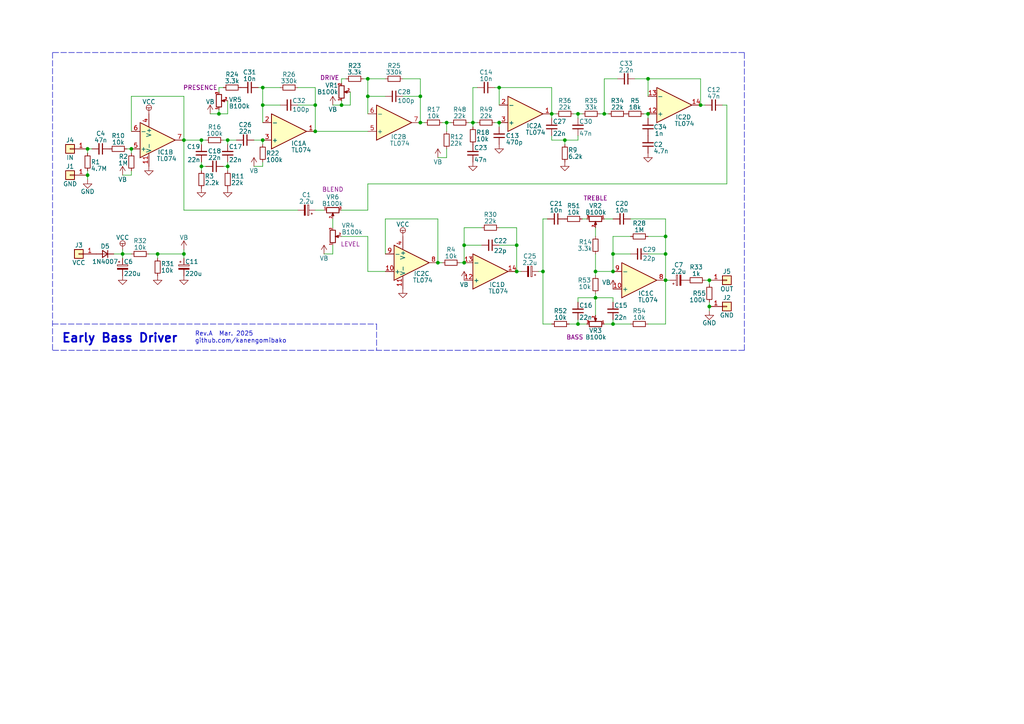
<source format=kicad_sch>
(kicad_sch (version 20250114) (generator "eeschema") (generator_version "9.0")
  (paper "A4")
  (lib_symbols
    (symbol "Amplifier_Operational:TL074" (pin_names (offset 0.127))
      (property "Reference" "U" (at 0 5.08 0))
      (property "Value" "TL074" (at 0 -5.08 0))
      (symbol "TL074_1_1"
        (polyline (pts (xy -5.08 5.08) (xy 5.08 0) (xy -5.08 -5.08) (xy -5.08 5.08)) (stroke (width 0.254)) (fill (type background)))
        (pin input line (at -7.62 2.54 0) (length 2.54) (name "+") (number "3"))
        (pin input line (at -7.62 -2.54 0) (length 2.54) (name "-") (number "2"))
        (pin output line (at 7.62 0 180) (length 2.54) (name "~") (number "1"))
      )
      (symbol "TL074_2_1"
        (polyline (pts (xy -5.08 5.08) (xy 5.08 0) (xy -5.08 -5.08) (xy -5.08 5.08)) (stroke (width 0.254)) (fill (type background)))
        (pin input line (at -7.62 2.54 0) (length 2.54) (name "+") (number "5"))
        (pin input line (at -7.62 -2.54 0) (length 2.54) (name "-") (number "6"))
        (pin output line (at 7.62 0 180) (length 2.54) (name "~") (number "7"))
      )
      (symbol "TL074_3_1"
        (polyline (pts (xy -5.08 5.08) (xy 5.08 0) (xy -5.08 -5.08) (xy -5.08 5.08)) (stroke (width 0.254)) (fill (type background)))
        (pin input line (at -7.62 2.54 0) (length 2.54) (name "+") (number "10"))
        (pin input line (at -7.62 -2.54 0) (length 2.54) (name "-") (number "9"))
        (pin output line (at 7.62 0 180) (length 2.54) (name "~") (number "8"))
      )
      (symbol "TL074_4_1"
        (polyline (pts (xy -5.08 5.08) (xy 5.08 0) (xy -5.08 -5.08) (xy -5.08 5.08)) (stroke (width 0.254)) (fill (type background)))
        (pin input line (at -7.62 2.54 0) (length 2.54) (name "+") (number "12"))
        (pin input line (at -7.62 -2.54 0) (length 2.54) (name "-") (number "13"))
        (pin output line (at 7.62 0 180) (length 2.54) (name "~") (number "14"))
      )
      (symbol "TL074_5_1"
        (pin power_in line (at -2.54 7.62 270) (length 3.81) (name "V+") (number "4"))
        (pin power_in line (at -2.54 -7.62 90) (length 3.81) (name "V-") (number "11"))
      )
    )
    (symbol "Connector_Generic:Conn_01x01" (pin_names (offset 1.016) (hide yes))
      (property "Reference" "J" (at 0 2.54 0))
      (property "Value" "Conn_01x01" (at 0 -2.54 0))
      (symbol "Conn_01x01_1_1"
        (rectangle (start -1.27 1.27) (end 1.27 -1.27) (stroke (width 0.254)) (fill (type background)))
        (rectangle (start -1.27 0.127) (end 0 -0.127) (stroke (width 0.1524)))
        (pin passive line (at -5.08 0 0) (length 3.81) (name "Pin_1") (number "1"))
      )
    )
    (symbol "Device:CP_Small" (pin_numbers (hide yes)) (pin_names (offset 0.254) (hide yes))
      (property "Reference" "C" (at 0.254 1.778 0))
      (property "Value" "Device_CP_Small" (at 0.254 -2.032 0))
      (symbol "CP_Small_0_1"
        (rectangle (start -1.524 0.6858) (end 1.524 0.3048))
        (rectangle (start -1.524 -0.3048) (end 1.524 -0.6858) (fill (type outline)))
        (polyline (pts (xy -1.27 1.524) (xy -0.762 1.524)))
        (polyline (pts (xy -1.016 1.27) (xy -1.016 1.778)))
      )
      (symbol "CP_Small_1_1"
        (pin passive line (at 0 2.54 270) (length 1.8542) (name "~") (number "1"))
        (pin passive line (at 0 -2.54 90) (length 1.8542) (name "~") (number "2"))
      )
    )
    (symbol "Device:C_Small" (pin_numbers (hide yes)) (pin_names (offset 0.254) (hide yes))
      (property "Reference" "C" (at 0.254 1.778 0))
      (property "Value" "C_Small" (at 0.254 -2.032 0))
      (symbol "C_Small_0_1"
        (polyline (pts (xy -1.524 0.508) (xy 1.524 0.508)) (stroke (width 0.3048)))
        (polyline (pts (xy -1.524 -0.508) (xy 1.524 -0.508)) (stroke (width 0.3302)))
      )
      (symbol "C_Small_1_1"
        (pin passive line (at 0 2.54 270) (length 2.032) (name "~") (number "1"))
        (pin passive line (at 0 -2.54 90) (length 2.032) (name "~") (number "2"))
      )
    )
    (symbol "Device:D_Small" (pin_numbers (hide yes)) (pin_names (offset 0.254) (hide yes))
      (property "Reference" "D" (at -1.27 2.032 0))
      (property "Value" "D_Small" (at -3.81 -2.032 0))
      (symbol "D_Small_0_1"
        (polyline (pts (xy -0.762 0) (xy 0.762 0)))
        (polyline (pts (xy -0.762 -1.016) (xy -0.762 1.016)) (stroke (width 0.254)))
        (polyline (pts (xy 0.762 -1.016) (xy -0.762 0) (xy 0.762 1.016) (xy 0.762 -1.016)) (stroke (width 0.254)))
      )
      (symbol "D_Small_1_1"
        (pin passive line (at -2.54 0 0) (length 1.778) (name "K") (number "1"))
        (pin passive line (at 2.54 0 180) (length 1.778) (name "A") (number "2"))
      )
    )
    (symbol "Device:R_POT_Small" (pin_names (offset 1.016) (hide yes))
      (property "Reference" "RV" (at -4.445 0 90))
      (property "Value" "Device_R_POT_Small" (at -2.54 0 90))
      (symbol "R_POT_Small_0_1"
        (rectangle (start 0.762 1.8034) (end -0.762 -1.8034) (stroke (width 0.254)))
        (polyline (pts (xy 0.889 0) (xy 0.635 0) (xy 1.651 0.381) (xy 1.651 -0.381) (xy 0.635 0) (xy 0.889 0)) (fill (type outline)))
      )
      (symbol "R_POT_Small_1_1"
        (pin passive line (at 0 2.54 270) (length 0.635) (name "1") (number "1"))
        (pin passive line (at 0 -2.54 90) (length 0.635) (name "3") (number "3"))
        (pin passive line (at 2.54 0 180) (length 0.9906) (name "2") (number "2"))
      )
    )
    (symbol "Device:R_Small" (pin_numbers (hide yes)) (pin_names (offset 0.254) (hide yes))
      (property "Reference" "R" (at 0.762 0.508 0))
      (property "Value" "R_Small" (at 0.762 -1.016 0))
      (symbol "R_Small_0_1"
        (rectangle (start -0.762 1.778) (end 0.762 -1.778) (stroke (width 0.2032)))
      )
      (symbol "R_Small_1_1"
        (pin passive line (at 0 2.54 270) (length 0.762) (name "~") (number "1"))
        (pin passive line (at 0 -2.54 90) (length 0.762) (name "~") (number "2"))
      )
    )
    (symbol "myLib:VB" (power) (pin_names (offset 0))
      (property "Value" "VB" (at 0 3.556 0))
      (symbol "VB_0_1"
        (polyline (pts (xy -0.762 1.27) (xy 0 2.54)))
        (polyline (pts (xy 0 2.54) (xy 0.762 1.27)))
        (polyline (pts (xy 0 0) (xy 0 2.54)))
      )
      (symbol "VB_1_1"
        (pin power_in line (at 0 0 90) (length 0) (hide yes) (name "VB") (number "1"))
      )
    )
    (symbol "myLib:VCC" (power) (pin_names (offset 0))
      (property "Value" "VCC" (at 0 3.556 0))
      (symbol "VCC_0_0"
        (polyline (pts (xy -0.762 1.778) (xy 0.762 1.778)))
        (circle (center 0 1.778) (radius 0.7725))
      )
      (symbol "VCC_0_1"
        (polyline (pts (xy 0 0) (xy 0 1.778)))
      )
      (symbol "VCC_1_1"
        (pin power_in line (at 0 0 90) (length 0) (hide yes) (name "VCC") (number "1"))
      )
    )
    (symbol "power:GND" (power) (pin_names (offset 0))
      (property "Value" "GND" (at 0 -3.81 0))
      (symbol "GND_0_1"
        (polyline (pts (xy 0 0) (xy 0 -1.27) (xy 1.27 -1.27) (xy 0 -2.54) (xy -1.27 -1.27) (xy 0 -1.27)))
      )
      (symbol "GND_1_1"
        (pin power_in line (at 0 0 270) (length 0) (hide yes) (name "GND") (number "1"))
      )
    )
  )
  (text "Rev.A  Mar. 2025\ngithub.com/kanengomibako" (at 56.515 99.695 0) (effects (font (size 1.27 1.27)) (justify left bottom)))
  (text "Early Bass Driver" (at 17.78 99.695 0) (effects (font (size 2.54 2.54) (thickness 0.508) (bold yes)) (justify left bottom)))
  (junction (at 157.48 78.74))
  (junction (at 205.74 81.28))
  (junction (at 106.68 22.86))
  (junction (at 121.92 27.94))
  (junction (at 63.5 33.02))
  (junction (at 53.34 73.66))
  (junction (at 172.72 86.36))
  (junction (at 193.04 73.66))
  (junction (at 134.62 71.12))
  (junction (at 187.96 22.86))
  (junction (at 172.72 78.74))
  (junction (at 144.78 35.56))
  (junction (at 91.44 38.1))
  (junction (at 45.72 73.66))
  (junction (at 129.54 35.56))
  (junction (at 167.64 93.98))
  (junction (at 76.2 40.64))
  (junction (at 66.04 40.64))
  (junction (at 187.96 33.02))
  (junction (at 38.1 43.18))
  (junction (at 25.4 43.18))
  (junction (at 76.2 25.4))
  (junction (at 177.8 93.98))
  (junction (at 25.4 50.8))
  (junction (at 144.78 25.4))
  (junction (at 193.04 68.58))
  (junction (at 160.02 33.02))
  (junction (at 99.06 30.48))
  (junction (at 53.34 40.64))
  (junction (at 163.83 40.64))
  (junction (at 35.56 73.66))
  (junction (at 121.92 35.56))
  (junction (at 149.86 71.12))
  (junction (at 58.42 48.26))
  (junction (at 203.2 30.48))
  (junction (at 149.86 78.74))
  (junction (at 134.62 76.2))
  (junction (at 137.16 35.56))
  (junction (at 127 76.2))
  (junction (at 167.64 33.02))
  (junction (at 76.2 30.48))
  (junction (at 177.8 73.66))
  (junction (at 66.04 48.26))
  (junction (at 177.8 78.74))
  (junction (at 175.26 33.02))
  (junction (at 193.04 81.28))
  (junction (at 106.68 27.94))
  (junction (at 205.74 88.9))
  (junction (at 58.42 40.64))
  (junction (at 91.44 30.48))
  (wire (pts (xy 111.76 27.94) (xy 106.68 27.94)))
  (wire (pts (xy 187.96 27.94) (xy 187.96 22.86)))
  (wire (pts (xy 96.52 71.12) (xy 96.52 73.66)))
  (wire (pts (xy 160.02 25.4) (xy 160.02 33.02)))
  (wire (pts (xy 25.4 52.07) (xy 25.4 50.8)))
  (wire (pts (xy 173.99 33.02) (xy 175.26 33.02)))
  (wire (pts (xy 74.93 25.4) (xy 76.2 25.4)))
  (wire (pts (xy 66.04 29.21) (xy 66.04 33.02)))
  (wire (pts (xy 38.1 27.94) (xy 53.34 27.94)))
  (polyline (pts (xy 215.9 101.6) (xy 15.24 101.6)) (stroke (width 0) (type dash)))
  (wire (pts (xy 186.69 33.02) (xy 187.96 33.02)))
  (wire (pts (xy 138.43 35.56) (xy 137.16 35.56)))
  (wire (pts (xy 184.15 22.86) (xy 187.96 22.86)))
  (wire (pts (xy 58.42 48.26) (xy 58.42 46.99)))
  (wire (pts (xy 81.28 25.4) (xy 76.2 25.4)))
  (wire (pts (xy 161.29 33.02) (xy 160.02 33.02)))
  (wire (pts (xy 45.72 73.66) (xy 53.34 73.66)))
  (wire (pts (xy 134.62 71.12) (xy 134.62 66.04)))
  (wire (pts (xy 160.02 40.64) (xy 163.83 40.64)))
  (wire (pts (xy 193.04 93.98) (xy 193.04 81.28)))
  (wire (pts (xy 60.96 33.02) (xy 63.5 33.02)))
  (wire (pts (xy 76.2 48.26) (xy 76.2 46.99)))
  (wire (pts (xy 58.42 40.64) (xy 53.34 40.64)))
  (wire (pts (xy 66.04 40.64) (xy 66.04 41.91)))
  (wire (pts (xy 205.74 82.55) (xy 205.74 81.28)))
  (wire (pts (xy 35.56 73.66) (xy 35.56 74.93)))
  (wire (pts (xy 86.36 30.48) (xy 91.44 30.48)))
  (wire (pts (xy 134.62 66.04) (xy 139.7 66.04)))
  (wire (pts (xy 128.27 35.56) (xy 129.54 35.56)))
  (wire (pts (xy 135.89 35.56) (xy 137.16 35.56)))
  (wire (pts (xy 210.82 30.48) (xy 210.82 53.34)))
  (wire (pts (xy 36.83 43.18) (xy 38.1 43.18)))
  (wire (pts (xy 172.72 86.36) (xy 177.8 86.36)))
  (wire (pts (xy 157.48 63.5) (xy 157.48 78.74)))
  (wire (pts (xy 106.68 53.34) (xy 210.82 53.34)))
  (wire (pts (xy 149.86 78.74) (xy 149.86 71.12)))
  (wire (pts (xy 127 63.5) (xy 127 76.2)))
  (wire (pts (xy 123.19 35.56) (xy 121.92 35.56)))
  (wire (pts (xy 143.51 25.4) (xy 144.78 25.4)))
  (wire (pts (xy 43.18 73.66) (xy 45.72 73.66)))
  (wire (pts (xy 187.96 22.86) (xy 203.2 22.86)))
  (wire (pts (xy 91.44 38.1) (xy 106.68 38.1)))
  (wire (pts (xy 175.26 22.86) (xy 179.07 22.86)))
  (wire (pts (xy 193.04 73.66) (xy 193.04 81.28)))
  (wire (pts (xy 53.34 73.66) (xy 53.34 74.93)))
  (wire (pts (xy 111.76 63.5) (xy 127 63.5)))
  (wire (pts (xy 73.66 40.64) (xy 76.2 40.64)))
  (wire (pts (xy 187.96 73.66) (xy 193.04 73.66)))
  (wire (pts (xy 38.1 50.8) (xy 35.56 50.8)))
  (wire (pts (xy 76.2 40.64) (xy 76.2 41.91)))
  (wire (pts (xy 149.86 71.12) (xy 149.86 66.04)))
  (wire (pts (xy 157.48 78.74) (xy 156.21 78.74)))
  (wire (pts (xy 177.8 87.63) (xy 177.8 86.36)))
  (wire (pts (xy 96.52 30.48) (xy 99.06 30.48)))
  (wire (pts (xy 121.92 27.94) (xy 121.92 35.56)))
  (wire (pts (xy 172.72 85.09) (xy 172.72 86.36)))
  (wire (pts (xy 149.86 66.04) (xy 144.78 66.04)))
  (wire (pts (xy 91.44 60.96) (xy 93.98 60.96)))
  (wire (pts (xy 106.68 53.34) (xy 106.68 60.96)))
  (wire (pts (xy 91.44 25.4) (xy 91.44 30.48)))
  (wire (pts (xy 116.84 27.94) (xy 121.92 27.94)))
  (wire (pts (xy 53.34 60.96) (xy 86.36 60.96)))
  (wire (pts (xy 172.72 73.66) (xy 172.72 78.74)))
  (wire (pts (xy 53.34 40.64) (xy 53.34 60.96)))
  (wire (pts (xy 167.64 93.98) (xy 170.18 93.98)))
  (wire (pts (xy 58.42 40.64) (xy 59.69 40.64)))
  (wire (pts (xy 172.72 78.74) (xy 172.72 80.01)))
  (wire (pts (xy 99.06 22.86) (xy 99.06 24.13)))
  (wire (pts (xy 144.78 25.4) (xy 160.02 25.4)))
  (wire (pts (xy 177.8 73.66) (xy 177.8 68.58)))
  (wire (pts (xy 38.1 49.53) (xy 38.1 50.8)))
  (wire (pts (xy 129.54 35.56) (xy 129.54 38.1)))
  (wire (pts (xy 167.64 33.02) (xy 167.64 34.29)))
  (wire (pts (xy 99.06 30.48) (xy 99.06 29.21)))
  (wire (pts (xy 127 45.72) (xy 129.54 45.72)))
  (wire (pts (xy 25.4 43.18) (xy 26.67 43.18)))
  (wire (pts (xy 106.68 22.86) (xy 106.68 27.94)))
  (wire (pts (xy 66.04 33.02) (xy 63.5 33.02)))
  (wire (pts (xy 76.2 30.48) (xy 76.2 35.56)))
  (wire (pts (xy 129.54 43.18) (xy 129.54 45.72)))
  (wire (pts (xy 116.84 22.86) (xy 121.92 22.86)))
  (wire (pts (xy 63.5 33.02) (xy 63.5 31.75)))
  (wire (pts (xy 45.72 73.66) (xy 45.72 74.93)))
  (wire (pts (xy 106.68 33.02) (xy 106.68 27.94)))
  (wire (pts (xy 166.37 33.02) (xy 167.64 33.02)))
  (wire (pts (xy 193.04 68.58) (xy 193.04 73.66)))
  (wire (pts (xy 101.6 26.67) (xy 101.6 30.48)))
  (wire (pts (xy 163.83 40.64) (xy 163.83 41.91)))
  (wire (pts (xy 53.34 27.94) (xy 53.34 40.64)))
  (wire (pts (xy 149.86 78.74) (xy 151.13 78.74)))
  (wire (pts (xy 163.83 40.64) (xy 167.64 40.64)))
  (wire (pts (xy 182.88 63.5) (xy 193.04 63.5)))
  (wire (pts (xy 182.88 68.58) (xy 177.8 68.58)))
  (wire (pts (xy 172.72 66.04) (xy 172.72 68.58)))
  (wire (pts (xy 53.34 73.66) (xy 53.34 72.39)))
  (wire (pts (xy 35.56 72.39) (xy 35.56 73.66)))
  (wire (pts (xy 59.69 48.26) (xy 58.42 48.26)))
  (wire (pts (xy 143.51 35.56) (xy 144.78 35.56)))
  (wire (pts (xy 96.52 63.5) (xy 96.52 66.04)))
  (wire (pts (xy 167.64 86.36) (xy 172.72 86.36)))
  (wire (pts (xy 121.92 22.86) (xy 121.92 27.94)))
  (wire (pts (xy 204.47 81.28) (xy 205.74 81.28)))
  (wire (pts (xy 177.8 93.98) (xy 182.88 93.98)))
  (wire (pts (xy 209.55 30.48) (xy 210.82 30.48)))
  (wire (pts (xy 134.62 76.2) (xy 133.35 76.2)))
  (wire (pts (xy 68.58 40.64) (xy 66.04 40.64)))
  (wire (pts (xy 137.16 25.4) (xy 137.16 35.56)))
  (polyline (pts (xy 15.24 93.98) (xy 109.22 93.98)) (stroke (width 0) (type dash)))
  (wire (pts (xy 137.16 36.83) (xy 137.16 35.56)))
  (wire (pts (xy 157.48 78.74) (xy 157.48 93.98)))
  (wire (pts (xy 160.02 33.02) (xy 160.02 34.29)))
  (wire (pts (xy 157.48 93.98) (xy 160.02 93.98)))
  (wire (pts (xy 99.06 22.86) (xy 100.33 22.86)))
  (wire (pts (xy 157.48 63.5) (xy 158.75 63.5)))
  (wire (pts (xy 58.42 48.26) (xy 58.42 49.53)))
  (wire (pts (xy 66.04 46.99) (xy 66.04 48.26)))
  (wire (pts (xy 91.44 30.48) (xy 91.44 38.1)))
  (wire (pts (xy 66.04 48.26) (xy 66.04 49.53)))
  (wire (pts (xy 99.06 68.58) (xy 106.68 68.58)))
  (wire (pts (xy 144.78 36.83) (xy 144.78 35.56)))
  (wire (pts (xy 64.77 40.64) (xy 66.04 40.64)))
  (wire (pts (xy 25.4 50.8) (xy 25.4 49.53)))
  (wire (pts (xy 177.8 78.74) (xy 177.8 73.66)))
  (wire (pts (xy 106.68 78.74) (xy 111.76 78.74)))
  (polyline (pts (xy 15.24 15.24) (xy 15.24 101.6)) (stroke (width 0) (type dash)))
  (wire (pts (xy 167.64 33.02) (xy 168.91 33.02)))
  (wire (pts (xy 99.06 60.96) (xy 106.68 60.96)))
  (wire (pts (xy 187.96 68.58) (xy 193.04 68.58)))
  (wire (pts (xy 38.1 44.45) (xy 38.1 43.18)))
  (wire (pts (xy 106.68 22.86) (xy 111.76 22.86)))
  (wire (pts (xy 203.2 22.86) (xy 203.2 30.48)))
  (wire (pts (xy 76.2 25.4) (xy 76.2 30.48)))
  (wire (pts (xy 73.66 48.26) (xy 76.2 48.26)))
  (wire (pts (xy 205.74 87.63) (xy 205.74 88.9)))
  (wire (pts (xy 175.26 93.98) (xy 177.8 93.98)))
  (wire (pts (xy 138.43 25.4) (xy 137.16 25.4)))
  (wire (pts (xy 63.5 25.4) (xy 64.77 25.4)))
  (wire (pts (xy 203.2 30.48) (xy 204.47 30.48)))
  (wire (pts (xy 177.8 73.66) (xy 182.88 73.66)))
  (wire (pts (xy 58.42 41.91) (xy 58.42 40.64)))
  (wire (pts (xy 35.56 73.66) (xy 38.1 73.66)))
  (wire (pts (xy 33.02 73.66) (xy 35.56 73.66)))
  (wire (pts (xy 64.77 48.26) (xy 66.04 48.26)))
  (wire (pts (xy 63.5 26.67) (xy 63.5 25.4)))
  (wire (pts (xy 134.62 71.12) (xy 134.62 76.2)))
  (wire (pts (xy 167.64 92.71) (xy 167.64 93.98)))
  (wire (pts (xy 167.64 87.63) (xy 167.64 86.36)))
  (wire (pts (xy 160.02 39.37) (xy 160.02 40.64)))
  (wire (pts (xy 187.96 34.29) (xy 187.96 33.02)))
  (wire (pts (xy 105.41 22.86) (xy 106.68 22.86)))
  (wire (pts (xy 193.04 63.5) (xy 193.04 68.58)))
  (wire (pts (xy 175.26 63.5) (xy 177.8 63.5)))
  (wire (pts (xy 168.91 63.5) (xy 170.18 63.5)))
  (wire (pts (xy 175.26 33.02) (xy 176.53 33.02)))
  (wire (pts (xy 205.74 88.9) (xy 205.74 90.17)))
  (polyline (pts (xy 109.22 93.98) (xy 109.22 101.6)) (stroke (width 0) (type dash)))
  (wire (pts (xy 172.72 86.36) (xy 172.72 91.44)))
  (polyline (pts (xy 215.9 15.24) (xy 15.24 15.24)) (stroke (width 0) (type dash)))
  (wire (pts (xy 167.64 40.64) (xy 167.64 39.37)))
  (polyline (pts (xy 215.9 101.6) (xy 215.9 15.24)) (stroke (width 0) (type dash)))
  (wire (pts (xy 193.04 81.28) (xy 194.31 81.28)))
  (wire (pts (xy 129.54 35.56) (xy 130.81 35.56)))
  (wire (pts (xy 139.7 71.12) (xy 134.62 71.12)))
  (wire (pts (xy 187.96 93.98) (xy 193.04 93.98)))
  (wire (pts (xy 165.1 93.98) (xy 167.64 93.98)))
  (wire (pts (xy 93.98 73.66) (xy 96.52 73.66)))
  (wire (pts (xy 38.1 38.1) (xy 38.1 27.94)))
  (wire (pts (xy 144.78 25.4) (xy 144.78 30.48)))
  (wire (pts (xy 86.36 25.4) (xy 91.44 25.4)))
  (wire (pts (xy 101.6 30.48) (xy 99.06 30.48)))
  (wire (pts (xy 111.76 63.5) (xy 111.76 73.66)))
  (wire (pts (xy 81.28 30.48) (xy 76.2 30.48)))
  (wire (pts (xy 106.68 68.58) (xy 106.68 78.74)))
  (wire (pts (xy 25.4 44.45) (xy 25.4 43.18)))
  (wire (pts (xy 127 76.2) (xy 128.27 76.2)))
  (wire (pts (xy 144.78 71.12) (xy 149.86 71.12)))
  (wire (pts (xy 177.8 92.71) (xy 177.8 93.98)))
  (wire (pts (xy 172.72 78.74) (xy 177.8 78.74)))
  (wire (pts (xy 175.26 22.86) (xy 175.26 33.02)))
  (symbol (lib_id "Device:CP_Small") (at 35.56 77.47 0) (unit 1)
    (property "Reference" "C6" (at 35.8775 75.8825 0) (effects (justify left)))
    (property "Value" "220u" (at 35.8775 79.375 0) (effects (justify left)))
    (property "Footprint" "myFoot:my_C_D6.3mm_P2.50mm" (effects (hide yes)))
  )
  (symbol (lib_id "Device:R_Small") (at 40.64 73.66 90) (mirror x) (unit 1)
    (property "Reference" "R32" (at 40.64 69.85 90))
    (property "Value" "10k" (at 40.64 71.755 90))
    (property "Footprint" "myFoot:my_R_P7.62mm_Horizontal" (effects (hide yes)))
  )
  (symbol (lib_id "Device:R_Small") (at 45.72 77.47 0) (mirror y) (unit 1)
    (property "Reference" "R31" (at 46.6725 76.5175 0) (effects (justify right)))
    (property "Value" "10k" (at 46.6725 78.4225 0) (effects (justify right)))
    (property "Footprint" "myFoot:my_R_P7.62mm_Horizontal" (effects (hide yes)))
  )
  (symbol (lib_id "Device:CP_Small") (at 53.34 77.47 0) (unit 1)
    (property "Reference" "C11" (at 53.6575 75.8825 0) (effects (justify left)))
    (property "Value" "220u" (at 53.6575 79.375 0) (effects (justify left)))
    (property "Footprint" "myFoot:my_C_D6.3mm_P2.50mm" (effects (hide yes)))
  )
  (symbol (lib_id "power:GND") (at 45.72 80.01 0) (unit 1)
    (property "Reference" "#PWR0154" (effects (hide yes)))
    (property "Value" "GND" (effects (hide yes)))
  )
  (symbol (lib_id "power:GND") (at 53.34 80.01 0) (unit 1)
    (property "Reference" "#PWR0153" (effects (hide yes)))
    (property "Value" "GND" (effects (hide yes)))
  )
  (symbol (lib_id "Device:R_Small") (at 38.1 46.99 0) (unit 1)
    (property "Reference" "R2" (at 37.1475 45.4025 0) (effects (justify right)))
    (property "Value" "1M" (at 37.1475 47.3075 0) (effects (justify right)))
    (property "Footprint" "myFoot:my_R_P7.62mm_Horizontal" (effects (hide yes)))
  )
  (symbol (lib_id "Device:R_Small") (at 34.29 43.18 270) (unit 1)
    (property "Reference" "R10" (at 34.29 39.37 90))
    (property "Value" "10k" (at 34.29 41.275 90))
    (property "Footprint" "myFoot:my_R_P7.62mm_Horizontal" (effects (hide yes)))
  )
  (symbol (lib_id "Device:C_Small") (at 29.21 43.18 270) (unit 1)
    (property "Reference" "C4" (at 29.21 38.735 90))
    (property "Value" "47n" (at 29.21 40.64 90))
    (property "Footprint" "myFoot:my_C_Rect1_P5.00mm" (effects (hide yes)))
  )
  (symbol (lib_id "Device:C_Small") (at 185.42 73.66 270) (unit 1)
    (property "Reference" "C29" (at 186.3725 72.39 90) (effects (justify left)))
    (property "Value" "22p" (at 186.3725 74.93 90) (effects (justify left)))
    (property "Footprint" "myFoot:my_C_Rect1_P5.00mm" (effects (hide yes)))
  )
  (symbol (lib_id "Device:R_Small") (at 166.37 63.5 270) (unit 1)
    (property "Reference" "R51" (at 166.37 59.69 90))
    (property "Value" "10k" (at 166.37 61.595 90))
    (property "Footprint" "myFoot:my_R_P7.62mm_Horizontal" (effects (hide yes)))
  )
  (symbol (lib_id "Device:R_Small") (at 62.23 40.64 270) (unit 1)
    (property "Reference" "R16" (at 62.23 36.83 90))
    (property "Value" "100k" (at 62.23 38.735 90))
    (property "Footprint" "myFoot:my_R_P7.62mm_Horizontal" (effects (hide yes)))
  )
  (symbol (lib_id "Device:C_Small") (at 62.23 48.26 270) (unit 1)
    (property "Reference" "C18" (at 62.23 43.815 90))
    (property "Value" "22n" (at 62.23 45.72 90))
    (property "Footprint" "myFoot:my_C_Rect1_P5.00mm" (effects (hide yes)))
  )
  (symbol (lib_id "Device:R_Small") (at 58.42 52.07 0) (mirror y) (unit 1)
    (property "Reference" "R3" (at 59.3725 51.1175 0) (effects (justify right)))
    (property "Value" "2.2k" (at 59.3725 53.0225 0) (effects (justify right)))
    (property "Footprint" "myFoot:my_R_P7.62mm_Horizontal" (effects (hide yes)))
  )
  (symbol (lib_id "Device:R_Small") (at 66.04 52.07 0) (mirror y) (unit 1)
    (property "Reference" "R11" (at 66.9925 51.1175 0) (effects (justify right)))
    (property "Value" "22k" (at 66.9925 53.0225 0) (effects (justify right)))
    (property "Footprint" "myFoot:my_R_P7.62mm_Horizontal" (effects (hide yes)))
  )
  (symbol (lib_id "Device:C_Small") (at 58.42 44.45 0) (mirror x) (unit 1)
    (property "Reference" "C19" (at 58.1025 42.545 0) (effects (justify right)))
    (property "Value" "22n" (at 58.1025 46.355 0) (effects (justify right)))
    (property "Footprint" "myFoot:my_C_Rect1_P5.00mm" (effects (hide yes)))
  )
  (symbol (lib_id "Device:C_Small") (at 66.04 44.45 180) (unit 1)
    (property "Reference" "C17" (at 66.3575 42.545 0) (effects (justify right)))
    (property "Value" "22n" (at 66.3575 46.355 0) (effects (justify right)))
    (property "Footprint" "myFoot:my_C_Rect1_P5.00mm" (effects (hide yes)))
  )
  (symbol (lib_id "power:GND") (at 35.56 80.01 0) (unit 1)
    (property "Reference" "#PWR0120" (effects (hide yes)))
    (property "Value" "GND" (effects (hide yes)))
  )
  (symbol (lib_id "Device:C_Small") (at 71.12 40.64 270) (unit 1)
    (property "Reference" "C26" (at 71.12 36.195 90))
    (property "Value" "22n" (at 71.12 38.1 90))
    (property "Footprint" "myFoot:my_C_Rect1_P5.00mm" (effects (hide yes)))
  )
  (symbol (lib_id "Device:R_Small") (at 76.2 44.45 0) (mirror y) (unit 1)
    (property "Reference" "R22" (at 77.1525 44.45 0) (effects (justify right)))
    (property "Value" "100k" (at 77.1525 46.355 0) (effects (justify right)))
    (property "Footprint" "myFoot:my_R_P7.62mm_Horizontal" (effects (hide yes)))
  )
  (symbol (lib_id "Device:C_Small") (at 72.39 25.4 270) (unit 1)
    (property "Reference" "C31" (at 72.39 20.955 90))
    (property "Value" "10n" (at 72.39 22.86 90))
    (property "Footprint" "myFoot:my_C_Rect1_P5.00mm" (effects (hide yes)))
  )
  (symbol (lib_id "Device:R_Small") (at 67.31 25.4 270) (unit 1)
    (property "Reference" "R24" (at 67.31 21.59 90))
    (property "Value" "3.3k" (at 67.31 23.495 90))
    (property "Footprint" "myFoot:my_R_P7.62mm_Horizontal" (effects (hide yes)))
  )
  (symbol (lib_id "Device:R_POT_Small") (at 63.5 29.21 0) (mirror x) (unit 1)
    (property "Reference" "VR5" (at 66.3575 28.8925 0) (effects (justify left)))
    (property "Value" "B100k" (at 66.3575 30.7975 0) (effects (justify left)))
    (property "Footprint" "myFoot:my_pot_5mm" (effects (hide yes)))
    (property "name" "PRESENCE" (at 58.1025 25.4 0))
  )
  (symbol (lib_id "Device:C_Small") (at 83.82 30.48 270) (unit 1)
    (property "Reference" "C32" (at 84.7725 29.21 90) (effects (justify left)))
    (property "Value" "100p" (at 84.7725 31.75 90) (effects (justify left)))
    (property "Footprint" "myFoot:my_C_Rect1_P5.00mm" (effects (hide yes)))
  )
  (symbol (lib_id "Device:R_Small") (at 83.82 25.4 270) (unit 1)
    (property "Reference" "R26" (at 83.82 21.59 90))
    (property "Value" "330k" (at 83.82 23.495 90))
    (property "Footprint" "myFoot:my_R_P7.62mm_Horizontal" (effects (hide yes)))
  )
  (symbol (lib_id "Device:R_Small") (at 102.87 22.86 270) (unit 1)
    (property "Reference" "R23" (at 102.87 19.05 90))
    (property "Value" "3.3k" (at 102.87 20.955 90))
    (property "Footprint" "myFoot:my_R_P7.62mm_Horizontal" (effects (hide yes)))
  )
  (symbol (lib_id "Device:R_POT_Small") (at 99.06 26.67 0) (mirror x) (unit 1)
    (property "Reference" "VR1" (at 98.1075 24.765 0) (effects (justify right)))
    (property "Value" "B100k" (at 98.1075 26.67 0) (effects (justify right)))
    (property "Footprint" "myFoot:my_pot_5mm" (effects (hide yes)))
    (property "name" "DRIVE" (at 98.425 22.5425 0) (effects (justify right)))
  )
  (symbol (lib_id "Device:C_Small") (at 114.3 27.94 270) (unit 1)
    (property "Reference" "C28" (at 115.2525 26.67 90) (effects (justify left)))
    (property "Value" "100p" (at 115.2525 29.21 90) (effects (justify left)))
    (property "Footprint" "myFoot:my_C_Rect1_P5.00mm" (effects (hide yes)))
  )
  (symbol (lib_id "Device:R_Small") (at 114.3 22.86 270) (unit 1)
    (property "Reference" "R25" (at 114.3 19.05 90))
    (property "Value" "330k" (at 114.3 20.955 90))
    (property "Footprint" "myFoot:my_R_P7.62mm_Horizontal" (effects (hide yes)))
  )
  (symbol (lib_id "Device:R_Small") (at 125.73 35.56 270) (unit 1)
    (property "Reference" "R17" (at 125.73 31.75 90))
    (property "Value" "10k" (at 125.73 33.655 90))
    (property "Footprint" "myFoot:my_R_P7.62mm_Horizontal" (effects (hide yes)))
  )
  (symbol (lib_id "Device:R_Small") (at 129.54 40.64 0) (mirror y) (unit 1)
    (property "Reference" "R12" (at 130.4925 39.6875 0) (effects (justify right)))
    (property "Value" "22k" (at 130.4925 41.5925 0) (effects (justify right)))
    (property "Footprint" "myFoot:my_R_P7.62mm_Horizontal" (effects (hide yes)))
  )
  (symbol (lib_id "Device:R_Small") (at 133.35 35.56 270) (unit 1)
    (property "Reference" "R48" (at 133.35 31.75 90))
    (property "Value" "22k" (at 133.35 33.655 90))
    (property "Footprint" "myFoot:my_R_P7.62mm_Horizontal" (effects (hide yes)))
  )
  (symbol (lib_id "Device:C_Small") (at 140.97 25.4 270) (unit 1)
    (property "Reference" "C14" (at 140.97 20.955 90))
    (property "Value" "10n" (at 140.97 22.86 90))
    (property "Footprint" "myFoot:my_C_Rect1_P5.00mm" (effects (hide yes)))
  )
  (symbol (lib_id "Device:R_Small") (at 171.45 33.02 270) (unit 1)
    (property "Reference" "R35" (at 171.45 29.21 90))
    (property "Value" "33k" (at 171.45 31.115 90))
    (property "Footprint" "myFoot:my_R_P7.62mm_Horizontal" (effects (hide yes)))
  )
  (symbol (lib_id "Device:R_Small") (at 140.97 35.56 270) (unit 1)
    (property "Reference" "R49" (at 140.97 31.75 90))
    (property "Value" "22k" (at 140.97 33.655 90))
    (property "Footprint" "myFoot:my_R_P7.62mm_Horizontal" (effects (hide yes)))
  )
  (symbol (lib_id "Device:R_Small") (at 137.16 39.37 0) (mirror y) (unit 1)
    (property "Reference" "R18" (at 138.1125 38.4175 0) (effects (justify right)))
    (property "Value" "10k" (at 138.1125 40.3225 0) (effects (justify right)))
    (property "Footprint" "myFoot:my_R_P7.62mm_Horizontal" (effects (hide yes)))
  )
  (symbol (lib_id "Device:C_Small") (at 137.16 44.45 180) (unit 1)
    (property "Reference" "C23" (at 137.4775 42.8625 0) (effects (justify right)))
    (property "Value" "47n" (at 137.4775 46.355 0) (effects (justify right)))
    (property "Footprint" "myFoot:my_C_Rect1_P5.00mm" (effects (hide yes)))
  )
  (symbol (lib_id "Device:C_Small") (at 144.78 39.37 180) (unit 1)
    (property "Reference" "C13" (at 146.685 39.37 0) (effects (justify right)))
    (property "Value" "470p" (at 146.685 41.275 0) (effects (justify right)))
    (property "Footprint" "myFoot:my_C_Rect1_P5.00mm" (effects (hide yes)))
  )
  (symbol (lib_id "Device:R_Small") (at 184.15 33.02 270) (unit 1)
    (property "Reference" "R5" (at 184.15 29.21 90))
    (property "Value" "18k" (at 184.15 31.115 90))
    (property "Footprint" "myFoot:my_R_P7.62mm_Horizontal" (effects (hide yes)))
  )
  (symbol (lib_id "Device:C_Small") (at 187.96 36.83 180) (unit 1)
    (property "Reference" "C34" (at 189.5475 36.83 0) (effects (justify right)))
    (property "Value" "1n" (at 189.865 38.735 0) (effects (justify right)))
    (property "Footprint" "myFoot:my_C_Rect1_P5.00mm" (effects (hide yes)))
  )
  (symbol (lib_id "Device:C_Small") (at 181.61 22.86 270) (unit 1)
    (property "Reference" "C33" (at 181.61 18.415 90))
    (property "Value" "2.2n" (at 181.61 20.32 90))
    (property "Footprint" "myFoot:my_C_Rect1_P5.00mm" (effects (hide yes)))
  )
  (symbol (lib_id "Device:D_Small") (at 30.48 73.66 0) (mirror y) (unit 1)
    (property "Reference" "D5" (at 30.48 71.4375 0))
    (property "Value" "1N4007" (at 30.48 75.8825 0))
    (property "Footprint" "myFoot:my_D_P7.62mm" (effects (hide yes)))
  )
  (symbol (lib_id "Device:C_Small") (at 160.02 36.83 180) (unit 1)
    (property "Reference" "C27" (at 160.3375 35.2425 0) (effects (justify right)))
    (property "Value" "22n" (at 160.3375 38.735 0) (effects (justify right)))
    (property "Footprint" "myFoot:my_C_Rect1_P5.00mm" (effects (hide yes)))
  )
  (symbol (lib_id "Device:C_Small") (at 167.64 36.83 180) (unit 1)
    (property "Reference" "C30" (at 167.9575 35.2425 0) (effects (justify right)))
    (property "Value" "47n" (at 167.9575 38.735 0) (effects (justify right)))
    (property "Footprint" "myFoot:my_C_Rect1_P5.00mm" (effects (hide yes)))
  )
  (symbol (lib_id "Device:R_Small") (at 163.83 44.45 0) (mirror y) (unit 1)
    (property "Reference" "R9" (at 164.7825 43.4975 0) (effects (justify right)))
    (property "Value" "6.2k" (at 164.7825 45.4025 0) (effects (justify right)))
    (property "Footprint" "myFoot:my_R_P7.62mm_Horizontal" (effects (hide yes)))
  )
  (symbol (lib_id "Device:R_Small") (at 163.83 33.02 270) (unit 1)
    (property "Reference" "R36" (at 163.83 29.21 90))
    (property "Value" "22k" (at 163.83 31.115 90))
    (property "Footprint" "myFoot:my_R_P7.62mm_Horizontal" (effects (hide yes)))
  )
  (symbol (lib_id "Device:C_Small") (at 207.01 30.48 270) (unit 1)
    (property "Reference" "C12" (at 207.01 26.035 90))
    (property "Value" "47n" (at 207.01 27.94 90))
    (property "Footprint" "myFoot:my_C_Rect1_P5.00mm" (effects (hide yes)))
  )
  (symbol (lib_id "Device:R_POT_Small") (at 96.52 68.58 0) (mirror x) (unit 1)
    (property "Reference" "VR4" (at 99.06 65.405 0) (effects (justify left)))
    (property "Value" "B100k" (at 99.06 67.31 0) (effects (justify left)))
    (property "Footprint" "myFoot:my_pot_5mm" (effects (hide yes)))
    (property "name" "LEVEL" (at 101.6 70.8025 0))
  )
  (symbol (lib_id "Device:R_Small") (at 130.81 76.2 270) (unit 1)
    (property "Reference" "R4" (at 130.81 72.39 90))
    (property "Value" "10k" (at 130.81 74.295 90))
    (property "Footprint" "myFoot:my_R_P7.62mm_Horizontal" (effects (hide yes)))
  )
  (symbol (lib_id "Device:R_Small") (at 142.24 66.04 270) (unit 1)
    (property "Reference" "R30" (at 142.24 62.23 90))
    (property "Value" "22k" (at 142.24 64.135 90))
    (property "Footprint" "myFoot:my_R_P7.62mm_Horizontal" (effects (hide yes)))
  )
  (symbol (lib_id "Device:CP_Small") (at 153.67 78.74 270) (mirror x) (unit 1)
    (property "Reference" "C25" (at 153.67 74.295 90))
    (property "Value" "2.2u" (at 153.67 76.2 90))
    (property "Footprint" "myFoot:my_C_D5.0mm_P2.50mm" (effects (hide yes)))
  )
  (symbol (lib_id "Device:R_POT_Small") (at 96.52 60.96 90) (mirror x) (unit 1)
    (property "Reference" "VR6" (at 94.615 57.15 90) (effects (justify right)))
    (property "Value" "B100k" (at 93.345 59.055 90) (effects (justify right)))
    (property "Footprint" "myFoot:my_pot_5mm" (effects (hide yes)))
    (property "name" "BLEND" (at 96.52 54.9275 90))
  )
  (symbol (lib_id "power:GND") (at 43.18 48.26 0) (mirror y) (unit 1)
    (property "Reference" "#PWR0137" (effects (hide yes)))
    (property "Value" "GND" (effects (hide yes)))
  )
  (symbol (lib_id "Device:CP_Small") (at 88.9 60.96 270) (mirror x) (unit 1)
    (property "Reference" "C1" (at 88.9 56.515 90))
    (property "Value" "2.2u" (at 88.9 58.42 90))
    (property "Footprint" "myFoot:my_C_D5.0mm_P2.50mm" (effects (hide yes)))
  )
  (symbol (lib_id "Device:C_Small") (at 161.29 63.5 270) (unit 1)
    (property "Reference" "C21" (at 161.29 59.055 90))
    (property "Value" "10n" (at 161.29 60.96 90))
    (property "Footprint" "myFoot:my_C_Rect1_P5.00mm" (effects (hide yes)))
  )
  (symbol (lib_id "Device:R_POT_Small") (at 172.72 63.5 270) (unit 1)
    (property "Reference" "VR2" (at 174.625 59.69 90) (effects (justify right)))
    (property "Value" "B100k" (at 175.895 61.595 90) (effects (justify right)))
    (property "Footprint" "myFoot:my_pot_5mm" (effects (hide yes)))
    (property "name" "TREBLE" (at 172.72 57.4675 90))
  )
  (symbol (lib_id "Device:R_Small") (at 172.72 71.12 0) (unit 1)
    (property "Reference" "R14" (at 171.7675 70.1675 0) (effects (justify right)))
    (property "Value" "3.3k" (at 171.7675 72.0725 0) (effects (justify right)))
    (property "Footprint" "myFoot:my_R_P7.62mm_Horizontal" (effects (hide yes)))
  )
  (symbol (lib_id "Device:C_Small") (at 180.34 63.5 270) (unit 1)
    (property "Reference" "C20" (at 180.34 59.055 90))
    (property "Value" "10n" (at 180.34 60.96 90))
    (property "Footprint" "myFoot:my_C_Rect1_P5.00mm" (effects (hide yes)))
  )
  (symbol (lib_id "Device:R_Small") (at 185.42 68.58 270) (unit 1)
    (property "Reference" "R28" (at 185.42 64.77 90))
    (property "Value" "1M" (at 185.42 66.675 90))
    (property "Footprint" "myFoot:my_R_P7.62mm_Horizontal" (effects (hide yes)))
  )
  (symbol (lib_id "Device:C_Small") (at 142.24 71.12 270) (unit 1)
    (property "Reference" "C22" (at 143.1925 69.85 90) (effects (justify left)))
    (property "Value" "22p" (at 143.1925 72.7075 90) (effects (justify left)))
    (property "Footprint" "myFoot:my_C_Rect1_P5.00mm" (effects (hide yes)))
  )
  (symbol (lib_id "Device:R_Small") (at 201.93 81.28 270) (unit 1)
    (property "Reference" "R33" (at 201.93 77.47 90))
    (property "Value" "1k" (at 201.93 79.375 90))
    (property "Footprint" "myFoot:my_R_P7.62mm_Horizontal" (effects (hide yes)))
  )
  (symbol (lib_id "Device:R_Small") (at 162.56 93.98 270) (unit 1)
    (property "Reference" "R52" (at 162.56 90.17 90))
    (property "Value" "10k" (at 162.56 92.075 90))
    (property "Footprint" "myFoot:my_R_P7.62mm_Horizontal" (effects (hide yes)))
  )
  (symbol (lib_id "Device:R_POT_Small") (at 172.72 93.98 270) (mirror x) (unit 1)
    (property "Reference" "VR3" (at 174.625 95.885 90) (effects (justify right)))
    (property "Value" "B100k" (at 175.895 97.79 90) (effects (justify right)))
    (property "Footprint" "myFoot:my_pot_5mm" (effects (hide yes)))
    (property "name" "BASS" (at 169.2275 97.79 90) (effects (justify right)))
  )
  (symbol (lib_id "Device:R_Small") (at 172.72 82.55 0) (unit 1)
    (property "Reference" "R53" (at 171.45 81.28 0) (effects (justify right)))
    (property "Value" "10k" (at 171.45 83.185 0) (effects (justify right)))
    (property "Footprint" "myFoot:my_R_P7.62mm_Horizontal" (effects (hide yes)))
  )
  (symbol (lib_id "Device:C_Small") (at 167.64 90.17 180) (unit 1)
    (property "Reference" "C16" (at 167.9575 88.5825 0) (effects (justify right)))
    (property "Value" "22n" (at 167.9575 92.075 0) (effects (justify right)))
    (property "Footprint" "myFoot:my_C_Rect1_P5.00mm" (effects (hide yes)))
  )
  (symbol (lib_id "Device:C_Small") (at 177.8 90.17 180) (unit 1)
    (property "Reference" "C15" (at 178.1175 88.5825 0) (effects (justify right)))
    (property "Value" "22n" (at 178.1175 92.075 0) (effects (justify right)))
    (property "Footprint" "myFoot:my_C_Rect1_P5.00mm" (effects (hide yes)))
  )
  (symbol (lib_id "Device:R_Small") (at 185.42 93.98 270) (unit 1)
    (property "Reference" "R54" (at 185.42 90.17 90))
    (property "Value" "10k" (at 185.42 92.075 90))
    (property "Footprint" "myFoot:my_R_P7.62mm_Horizontal" (effects (hide yes)))
  )
  (symbol (lib_id "power:GND") (at 116.84 83.82 0) (mirror y) (unit 1)
    (property "Reference" "#PWR0144" (effects (hide yes)))
    (property "Value" "GND" (effects (hide yes)))
  )
  (symbol (lib_id "Device:CP_Small") (at 196.85 81.28 90) (unit 1)
    (property "Reference" "C7" (at 196.85 76.835 90))
    (property "Value" "2.2u" (at 196.85 78.74 90))
    (property "Footprint" "myFoot:my_C_D5.0mm_P2.50mm" (effects (hide yes)))
  )
  (symbol (lib_id "Device:R_Small") (at 205.74 85.09 0) (unit 1)
    (property "Reference" "R55" (at 204.7875 85.09 0) (effects (justify right)))
    (property "Value" "100k" (at 204.7875 86.995 0) (effects (justify right)))
    (property "Footprint" "myFoot:my_R_P7.62mm_Horizontal" (effects (hide yes)))
  )
  (symbol (lib_id "myLib:VB") (at 127 45.72 0) (unit 1)
    (property "Reference" "#PWR015" (effects (hide yes)))
    (property "Value" "VB" (at 127 46.99 0))
    (property "Description" "Power symbol creates a global label with name \"+4V5\"" (effects (hide yes)))
  )
  (symbol (lib_id "myLib:VB") (at 134.62 81.28 0) (unit 1)
    (property "Reference" "#PWR017" (effects (hide yes)))
    (property "Value" "VB" (at 134.62 82.55 0))
    (property "Description" "Power symbol creates a global label with name \"+4V5\"" (effects (hide yes)))
  )
  (symbol (lib_id "Connector_Generic:Conn_01x01") (at 20.32 50.8 0) (mirror y) (unit 1)
    (property "Reference" "J1" (at 20.32 48.26 0))
    (property "Value" "GND" (at 20.32 53.34 0))
    (property "Footprint" "myFoot:my_WirePad_0-8mmDrill" (effects (hide yes)))
  )
  (symbol (lib_id "Amplifier_Operational:TL074") (at 195.58 30.48 0) (mirror x) (unit 4)
    (property "Reference" "IC2" (at 195.8975 33.9725 0) (effects (justify left)))
    (property "Value" "TL074" (at 195.58 35.8775 0) (effects (justify left)))
    (property "Footprint" "Package_DIP:DIP-14_W7.62mm_Socket" (effects (hide yes)))
  )
  (symbol (lib_id "myLib:VB") (at 93.98 73.66 0) (unit 1)
    (property "Reference" "#PWR016" (effects (hide yes)))
    (property "Value" "VB" (at 93.98 74.93 0))
    (property "Description" "Power symbol creates a global label with name \"+4V5\"" (effects (hide yes)))
  )
  (symbol (lib_id "Device:R_Small") (at 25.4 46.99 0) (mirror y) (unit 1)
    (property "Reference" "R1" (at 26.3525 46.99 0) (effects (justify right)))
    (property "Value" "4.7M" (at 26.3525 48.895 0) (effects (justify right)))
    (property "Footprint" "myFoot:my_R_P7.62mm_Horizontal" (effects (hide yes)))
  )
  (symbol (lib_id "Device:R_Small") (at 179.07 33.02 270) (unit 1)
    (property "Reference" "R34" (at 179.07 29.21 90))
    (property "Value" "22k" (at 179.07 31.115 90))
    (property "Footprint" "myFoot:my_R_P7.62mm_Horizontal" (effects (hide yes)))
  )
  (symbol (lib_id "power:GND") (at 163.83 46.99 0) (mirror y) (unit 1)
    (property "Reference" "#PWR07" (effects (hide yes)))
    (property "Value" "GND" (effects (hide yes)))
  )
  (symbol (lib_id "myLib:VB") (at 60.96 33.02 0) (unit 1)
    (property "Reference" "#PWR012" (effects (hide yes)))
    (property "Value" "VB" (at 60.96 29.5275 0))
    (property "Description" "Power symbol creates a global label with name \"+4V5\"" (effects (hide yes)))
  )
  (symbol (lib_id "Device:C_Small") (at 187.96 41.91 180) (unit 1)
    (property "Reference" "C2" (at 189.5475 41.91 0) (effects (justify right)))
    (property "Value" "4.7n" (at 189.5475 43.815 0) (effects (justify right)))
    (property "Footprint" "myFoot:my_C_Rect1_P5.00mm" (effects (hide yes)))
  )
  (symbol (lib_id "Connector_Generic:Conn_01x01") (at 22.86 73.66 0) (mirror y) (unit 1)
    (property "Reference" "J3" (at 22.86 71.12 0))
    (property "Value" "VCC" (at 22.86 76.2 0))
    (property "Footprint" "myFoot:my_WirePad_0-8mmDrill" (effects (hide yes)))
  )
  (symbol (lib_id "power:GND") (at 187.96 44.45 0) (mirror y) (unit 1)
    (property "Reference" "#PWR09" (effects (hide yes)))
    (property "Value" "GND" (effects (hide yes)))
  )
  (symbol (lib_id "power:GND") (at 137.16 46.99 0) (mirror y) (unit 1)
    (property "Reference" "#PWR05" (effects (hide yes)))
    (property "Value" "GND" (effects (hide yes)))
  )
  (symbol (lib_id "Connector_Generic:Conn_01x01") (at 210.82 88.9 0) (unit 1)
    (property "Reference" "J2" (at 210.82 86.36 0))
    (property "Value" "GND" (at 210.82 91.44 0))
    (property "Footprint" "myFoot:my_WirePad_0-8mmDrill" (effects (hide yes)))
  )
  (symbol (lib_id "power:GND") (at 66.04 54.61 0) (mirror y) (unit 1)
    (property "Reference" "#PWR04" (effects (hide yes)))
    (property "Value" "GND" (effects (hide yes)))
  )
  (symbol (lib_id "Amplifier_Operational:TL074") (at 152.4 33.02 0) (mirror x) (unit 1)
    (property "Reference" "IC2" (at 152.7175 36.5125 0) (effects (justify left)))
    (property "Value" "TL074" (at 152.4 38.4175 0) (effects (justify left)))
    (property "Footprint" "Package_DIP:DIP-14_W7.62mm_Socket" (effects (hide yes)))
  )
  (symbol (lib_id "Amplifier_Operational:TL074") (at 185.42 81.28 0) (mirror x) (unit 3)
    (property "Reference" "IC1" (at 185.1025 85.09 0) (effects (justify left)))
    (property "Value" "TL074" (at 187.96 86.995 0))
    (property "Footprint" "Package_DIP:DIP-14_W7.62mm_Socket" (effects (hide yes)))
  )
  (symbol (lib_id "myLib:VB") (at 96.52 30.48 0) (unit 1)
    (property "Reference" "#PWR014" (effects (hide yes)))
    (property "Value" "VB" (at 96.52 31.75 0))
    (property "Description" "Power symbol creates a global label with name \"+4V5\"" (effects (hide yes)))
  )
  (symbol (lib_id "myLib:VB") (at 35.56 50.8 0) (unit 1)
    (property "Reference" "#PWR011" (effects (hide yes)))
    (property "Value" "VB" (at 35.56 52.07 0))
    (property "Description" "Power symbol creates a global label with name \"+4V5\"" (effects (hide yes)))
  )
  (symbol (lib_id "myLib:VB") (at 53.34 72.39 0) (unit 1)
    (property "Reference" "#PWR03" (effects (hide yes)))
    (property "Value" "VB" (at 53.34 68.8975 0))
    (property "Description" "Power symbol creates a global label with name \"+4V5\"" (effects (hide yes)))
  )
  (symbol (lib_id "Amplifier_Operational:TL074") (at 40.64 40.64 0) (mirror y) (unit 5)
    (property "Reference" "IC1" (effects (hide yes)))
    (property "Value" "TL074" (effects (hide yes)))
    (property "Footprint" "Package_DIP:DIP-14_W7.62mm_Socket" (effects (hide yes)))
  )
  (symbol (lib_id "Amplifier_Operational:TL074") (at 114.3 35.56 0) (mirror x) (unit 2)
    (property "Reference" "IC2" (at 113.3475 39.6875 0) (effects (justify left)))
    (property "Value" "TL074" (at 113.03 41.5925 0) (effects (justify left)))
    (property "Footprint" "Package_DIP:DIP-14_W7.62mm_Socket" (effects (hide yes)))
  )
  (symbol (lib_id "myLib:VB") (at 73.66 48.26 0) (unit 1)
    (property "Reference" "#PWR013" (effects (hide yes)))
    (property "Value" "VB" (at 73.66 49.53 0))
    (property "Description" "Power symbol creates a global label with name \"+4V5\"" (effects (hide yes)))
  )
  (symbol (lib_id "Amplifier_Operational:TL074") (at 142.24 78.74 0) (mirror x) (unit 4)
    (property "Reference" "IC1" (at 141.9225 82.55 0) (effects (justify left)))
    (property "Value" "TL074" (at 141.605 84.455 0) (effects (justify left)))
    (property "Footprint" "Package_DIP:DIP-14_W7.62mm_Socket" (effects (hide yes)))
  )
  (symbol (lib_id "Amplifier_Operational:TL074") (at 45.72 40.64 0) (mirror x) (unit 2)
    (property "Reference" "IC1" (at 45.72 44.1325 0) (effects (justify left)))
    (property "Value" "TL074" (at 45.4025 46.0375 0) (effects (justify left)))
    (property "Footprint" "Package_DIP:DIP-14_W7.62mm_Socket" (effects (hide yes)))
  )
  (symbol (lib_id "myLib:VCC") (at 116.84 68.58 0) (unit 1)
    (property "Reference" "#PWR021" (effects (hide yes)))
    (property "Value" "VCC" (at 116.84 65.0875 0))
    (property "Description" "Power symbol creates a global label with name \"V+\"" (effects (hide yes)))
  )
  (symbol (lib_id "Connector_Generic:Conn_01x01") (at 210.82 81.28 0) (unit 1)
    (property "Reference" "J5" (at 210.82 78.74 0))
    (property "Value" "OUT" (at 210.82 83.82 0))
    (property "Footprint" "myFoot:my_WirePad_0-8mmDrill" (effects (hide yes)))
  )
  (symbol (lib_id "power:GND") (at 144.78 41.91 0) (mirror y) (unit 1)
    (property "Reference" "#PWR06" (effects (hide yes)))
    (property "Value" "GND" (effects (hide yes)))
  )
  (symbol (lib_id "Connector_Generic:Conn_01x01") (at 20.32 43.18 0) (mirror y) (unit 1)
    (property "Reference" "J4" (at 20.32 40.64 0))
    (property "Value" "IN" (at 20.32 45.72 0))
    (property "Footprint" "myFoot:my_WirePad_0-8mmDrill" (effects (hide yes)))
  )
  (symbol (lib_id "power:GND") (at 58.42 54.61 0) (mirror y) (unit 1)
    (property "Reference" "#PWR02" (effects (hide yes)))
    (property "Value" "GND" (effects (hide yes)))
  )
  (symbol (lib_id "Amplifier_Operational:TL074") (at 83.82 38.1 0) (mirror x) (unit 1)
    (property "Reference" "IC1" (at 84.455 41.5925 0) (effects (justify left)))
    (property "Value" "TL074" (at 84.455 43.4975 0) (effects (justify left)))
    (property "Footprint" "Package_DIP:DIP-14_W7.62mm_Socket" (effects (hide yes)))
  )
  (symbol (lib_id "myLib:VB") (at 177.8 83.82 0) (unit 1)
    (property "Reference" "#PWR018" (effects (hide yes)))
    (property "Value" "VB" (at 177.165 81.915 0) (effects (justify right)))
    (property "Description" "Power symbol creates a global label with name \"+4V5\"" (effects (hide yes)))
  )
  (symbol (lib_id "myLib:VCC") (at 35.56 72.39 0) (unit 1)
    (property "Reference" "#PWR019" (effects (hide yes)))
    (property "Value" "VCC" (at 35.56 68.8975 0))
    (property "Description" "Power symbol creates a global label with name \"V+\"" (effects (hide yes)))
  )
  (symbol (lib_id "myLib:VCC") (at 43.18 33.02 0) (unit 1)
    (property "Reference" "#PWR020" (effects (hide yes)))
    (property "Value" "VCC" (at 43.18 29.5275 0))
    (property "Description" "Power symbol creates a global label with name \"V+\"" (effects (hide yes)))
  )
  (symbol (lib_id "Amplifier_Operational:TL074") (at 114.3 76.2 0) (mirror y) (unit 5)
    (property "Reference" "IC2" (effects (hide yes)))
    (property "Value" "TL074" (effects (hide yes)))
    (property "Footprint" "Package_DIP:DIP-14_W7.62mm_Socket" (effects (hide yes)))
  )
  (symbol (lib_id "Amplifier_Operational:TL074") (at 119.38 76.2 0) (mirror x) (unit 3)
    (property "Reference" "IC2" (at 120.015 79.375 0) (effects (justify left)))
    (property "Value" "TL074" (at 119.6975 81.28 0) (effects (justify left)))
    (property "Footprint" "Package_DIP:DIP-14_W7.62mm_Socket" (effects (hide yes)))
  )
  (symbol (lib_id "power:GND") (at 205.74 90.17 0) (unit 1)
    (property "Reference" "#PWR010" (effects (hide yes)))
    (property "Value" "GND" (at 205.74 93.6625 0))
  )
  (symbol (lib_id "power:GND") (at 25.4 52.07 0) (mirror y) (unit 1)
    (property "Reference" "#PWR01" (effects (hide yes)))
    (property "Value" "GND" (at 25.4 55.5625 0))
  )
)
</source>
